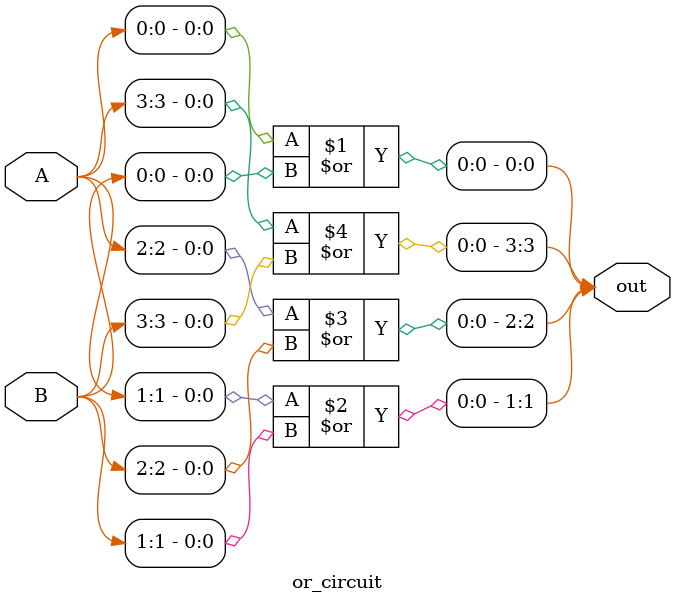
<source format=v>
`timescale 1ns / 1ps

module or_circuit(
    input [3:0] A,
    input [3:0] B,
    output [3:0] out
    );
assign out[0] = A[0] | B[0];
assign out[1] = A[1] | B[1];
assign out[2] = A[2] | B[2];
assign out[3] = A[3] | B[3];
endmodule

</source>
